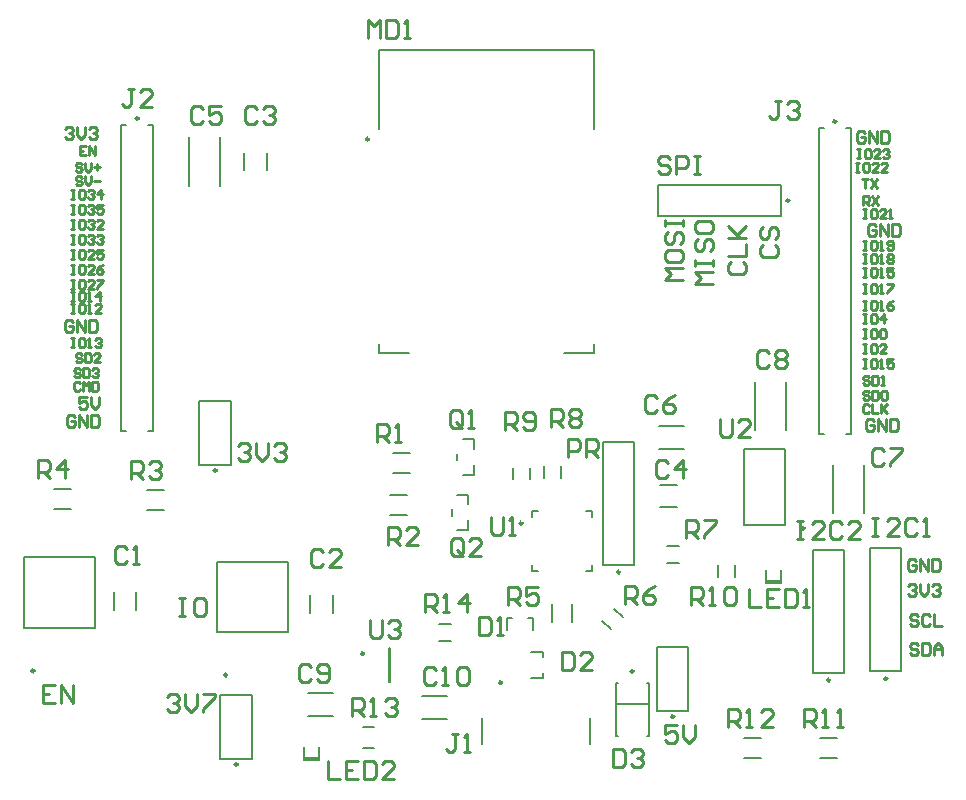
<source format=gto>
G04*
G04 #@! TF.GenerationSoftware,Altium Limited,Altium Designer,23.1.1 (15)*
G04*
G04 Layer_Color=65535*
%FSLAX44Y44*%
%MOMM*%
G71*
G04*
G04 #@! TF.SameCoordinates,A4D4DC3D-09BA-49FB-81B5-C576A0A79F62*
G04*
G04*
G04 #@! TF.FilePolarity,Positive*
G04*
G01*
G75*
%ADD10C,0.2500*%
%ADD11C,0.2000*%
%ADD12C,0.2540*%
%ADD13R,1.3000X0.2040*%
D10*
X812780Y351920D02*
G03*
X812780Y351920I-1250J0D01*
G01*
X584454Y366980D02*
G03*
X584454Y366980I-1250J0D01*
G01*
X477500Y273050D02*
G03*
X477500Y273050I-1250J0D01*
G01*
X1027410Y345810D02*
G03*
X1027410Y345810I-1250J0D01*
G01*
X979150Y344540D02*
G03*
X979150Y344540I-1250J0D01*
G01*
X718590Y477280D02*
G03*
X718590Y477280I-1250J0D01*
G01*
X459720Y521970D02*
G03*
X459720Y521970I-1250J0D01*
G01*
X305500Y352300D02*
G03*
X305500Y352300I-1250J0D01*
G01*
X468610Y348820D02*
G03*
X468610Y348820I-1250J0D01*
G01*
X801350Y435980D02*
G03*
X801350Y435980I-1250J0D01*
G01*
X957490Y473000D02*
G03*
X957490Y473000I-1250J0D01*
G01*
X984230Y817490D02*
G03*
X984230Y817490I-1250J0D01*
G01*
X944490Y750570D02*
G03*
X944490Y750570I-1250J0D01*
G01*
X393680Y820030D02*
G03*
X393680Y820030I-1250J0D01*
G01*
X847070Y313690D02*
G03*
X847070Y313690I-1250J0D01*
G01*
X701300Y342470D02*
G03*
X701300Y342470I-1250J0D01*
G01*
X588630Y802400D02*
G03*
X588630Y802400I-1250J0D01*
G01*
D11*
X825480Y297420D02*
Y342420D01*
X797580Y297420D02*
X799380D01*
X823680D02*
X825480D01*
X797580D02*
Y342420D01*
X799380D01*
X823680D02*
X825480D01*
X798230Y323920D02*
X824830D01*
X606587Y342980D02*
Y371980D01*
X605529Y342980D02*
X606587D01*
X605529D02*
Y371980D01*
X606587D01*
X633421Y330841D02*
X654359D01*
X633421Y311779D02*
X654359D01*
X536901Y314319D02*
X557839D01*
X536901Y333381D02*
X557839D01*
X583276Y304701D02*
X592744D01*
X583276Y287119D02*
X592744D01*
X533250Y276940D02*
Y287940D01*
X546250Y276940D02*
Y287940D01*
X533250Y276940D02*
X546250D01*
X462900Y277500D02*
X489600D01*
Y332100D01*
X462900D02*
X489600D01*
X462900Y277500D02*
Y332100D01*
X1013060Y351810D02*
Y455910D01*
X1039260D01*
Y351810D02*
Y455910D01*
X1013060Y351810D02*
X1039260D01*
X647780Y377810D02*
X657780D01*
X647780Y391810D02*
X657780D01*
X840820Y443850D02*
X850820D01*
X840820Y457850D02*
X850820D01*
X834760Y490880D02*
X849260D01*
X834760Y509880D02*
X849260D01*
X964800Y350540D02*
X991000D01*
Y454640D01*
X964800D02*
X991000D01*
X964800Y350540D02*
Y454640D01*
X663190Y501410D02*
X672540D01*
Y471410D02*
Y479660D01*
Y493160D02*
Y501410D01*
X663190Y471410D02*
X672540D01*
X658540Y483660D02*
Y489160D01*
X606160Y501260D02*
X620660D01*
X606160Y484260D02*
X620660D01*
X726340Y487780D02*
X731590D01*
X772090D02*
X777340D01*
Y436780D02*
Y442030D01*
Y482530D02*
Y487780D01*
X726340Y436780D02*
X731590D01*
X772090D02*
X777340D01*
X726340D02*
Y442030D01*
Y482530D02*
Y487780D01*
X705280Y387140D02*
Y396640D01*
X723030D02*
X727280D01*
X705280D02*
X709530D01*
X727280Y387140D02*
Y396640D01*
X924410Y426800D02*
Y437800D01*
X937410Y426800D02*
Y437800D01*
X924410Y426800D02*
X937410D01*
X970650Y295520D02*
X985150D01*
X970650Y278520D02*
X985150D01*
X905880Y295520D02*
X920380D01*
X905880Y278520D02*
X920380D01*
X726230Y367870D02*
X735730D01*
Y345870D02*
Y350120D01*
Y363620D02*
Y367870D01*
X726230Y345870D02*
X735730D01*
X743340Y394070D02*
Y408570D01*
X760340Y394070D02*
Y408570D01*
X751470Y515700D02*
Y525700D01*
X736970Y515700D02*
Y525700D01*
X710300Y514430D02*
Y524430D01*
X724800Y514430D02*
Y524430D01*
X668210Y548400D02*
X677560D01*
Y518400D02*
Y526650D01*
Y540150D02*
Y548400D01*
X668210Y518400D02*
X677560D01*
X663560Y530650D02*
Y536150D01*
X400420Y505070D02*
X414920D01*
X400420Y488070D02*
X414920D01*
X445120Y526420D02*
Y581020D01*
X471820D01*
Y526420D02*
Y581020D01*
X445120Y526420D02*
X471820D01*
X321680Y489340D02*
X336180D01*
X321680Y506340D02*
X336180D01*
X372770Y404230D02*
Y418730D01*
X391770Y404230D02*
Y418730D01*
X296750Y388300D02*
Y448300D01*
X356750D01*
Y388300D02*
Y448300D01*
X296750Y388300D02*
X356750D01*
X459860Y384820D02*
Y444820D01*
X519860D01*
Y384820D02*
Y444820D01*
X459860Y384820D02*
X519860D01*
X787000Y441980D02*
X813200D01*
Y546080D01*
X787000D02*
X813200D01*
X787000Y441980D02*
Y546080D01*
X834081Y540379D02*
X855019D01*
X834081Y559441D02*
X855019D01*
X915339Y556049D02*
Y597111D01*
X941401Y556049D02*
Y597111D01*
X905765Y475475D02*
X940815D01*
X905765D02*
Y540525D01*
X940815D01*
Y475475D02*
Y540525D01*
X981379Y485868D02*
Y526930D01*
X1007441Y485868D02*
Y526930D01*
X992330Y811490D02*
X996680D01*
X969280D02*
X973630D01*
X969280Y552490D02*
Y811490D01*
X992330Y552490D02*
X996680D01*
X969280D02*
X973630D01*
X996680D02*
Y811490D01*
X833140Y737470D02*
X937240D01*
X833140D02*
Y763670D01*
X937240D01*
Y737470D02*
Y763670D01*
X483260Y776340D02*
Y790840D01*
X502260Y776340D02*
Y790840D01*
X462611Y763059D02*
Y804121D01*
X436549Y763059D02*
Y804121D01*
X406130Y555030D02*
Y814030D01*
X378730Y555030D02*
X383080D01*
X401780D02*
X406130D01*
X378730D02*
Y814030D01*
X383080D01*
X401780D02*
X406130D01*
X832470Y318140D02*
X859170D01*
Y372740D01*
X832470D02*
X859170D01*
X832470Y318140D02*
Y372740D01*
X539140Y401690D02*
Y416190D01*
X558140Y401690D02*
Y416190D01*
X608700Y536820D02*
X623200D01*
X608700Y519820D02*
X623200D01*
X884290Y431880D02*
Y441880D01*
X898790Y431880D02*
Y441880D01*
X796527Y404986D02*
X803598Y397915D01*
X786274Y394733D02*
X793345Y387662D01*
X684550Y290370D02*
Y312370D01*
X775950Y290370D02*
Y312370D01*
X597380Y878050D02*
X778880D01*
Y621550D02*
Y629050D01*
Y810650D02*
Y878050D01*
X597380Y621550D02*
X622780D01*
X753580D02*
X778880D01*
X597380D02*
Y629050D01*
Y810650D02*
Y878050D01*
D12*
X1007110Y704847D02*
X1009649D01*
X1008380D01*
Y697230D01*
X1007110D01*
X1009649D01*
X1017267Y704847D02*
X1014727D01*
X1013458Y703578D01*
Y698500D01*
X1014727Y697230D01*
X1017267D01*
X1018536Y698500D01*
Y703578D01*
X1017267Y704847D01*
X1021076Y697230D02*
X1023615D01*
X1022345D01*
Y704847D01*
X1021076Y703578D01*
X1027423D02*
X1028693Y704847D01*
X1031232D01*
X1032502Y703578D01*
Y702308D01*
X1031232Y701039D01*
X1032502Y699769D01*
Y698500D01*
X1031232Y697230D01*
X1028693D01*
X1027423Y698500D01*
Y699769D01*
X1028693Y701039D01*
X1027423Y702308D01*
Y703578D01*
X1028693Y701039D02*
X1031232D01*
X336550Y734057D02*
X339089D01*
X337820D01*
Y726440D01*
X336550D01*
X339089D01*
X346707Y734057D02*
X344168D01*
X342898Y732788D01*
Y727710D01*
X344168Y726440D01*
X346707D01*
X347976Y727710D01*
Y732788D01*
X346707Y734057D01*
X350516Y732788D02*
X351785Y734057D01*
X354324D01*
X355594Y732788D01*
Y731518D01*
X354324Y730249D01*
X353055D01*
X354324D01*
X355594Y728979D01*
Y727710D01*
X354324Y726440D01*
X351785D01*
X350516Y727710D01*
X363211Y726440D02*
X358133D01*
X363211Y731518D01*
Y732788D01*
X361942Y734057D01*
X359403D01*
X358133Y732788D01*
X1007110Y641348D02*
X1009649D01*
X1008380D01*
Y633730D01*
X1007110D01*
X1009649D01*
X1017267Y641348D02*
X1014727D01*
X1013458Y640078D01*
Y635000D01*
X1014727Y633730D01*
X1017267D01*
X1018536Y635000D01*
Y640078D01*
X1017267Y641348D01*
X1021076Y640078D02*
X1022345Y641348D01*
X1024884D01*
X1026154Y640078D01*
Y635000D01*
X1024884Y633730D01*
X1022345D01*
X1021076Y635000D01*
Y640078D01*
X1007110Y746760D02*
Y754378D01*
X1010919D01*
X1012188Y753108D01*
Y750569D01*
X1010919Y749299D01*
X1007110D01*
X1009649D02*
X1012188Y746760D01*
X1014727Y754378D02*
X1019806Y746760D01*
Y754378D02*
X1014727Y746760D01*
X1012188Y600708D02*
X1010919Y601978D01*
X1008380D01*
X1007110Y600708D01*
Y599438D01*
X1008380Y598169D01*
X1010919D01*
X1012188Y596899D01*
Y595630D01*
X1010919Y594360D01*
X1008380D01*
X1007110Y595630D01*
X1014727Y601978D02*
Y594360D01*
X1018536D01*
X1019806Y595630D01*
Y600708D01*
X1018536Y601978D01*
X1014727D01*
X1022345Y594360D02*
X1024884D01*
X1023615D01*
Y601978D01*
X1022345Y600708D01*
X336550Y633727D02*
X339089D01*
X337820D01*
Y626110D01*
X336550D01*
X339089D01*
X346707Y633727D02*
X344168D01*
X342898Y632458D01*
Y627380D01*
X344168Y626110D01*
X346707D01*
X347976Y627380D01*
Y632458D01*
X346707Y633727D01*
X350516Y626110D02*
X353055D01*
X351785D01*
Y633727D01*
X350516Y632458D01*
X356863D02*
X358133Y633727D01*
X360672D01*
X361942Y632458D01*
Y631188D01*
X360672Y629919D01*
X359403D01*
X360672D01*
X361942Y628649D01*
Y627380D01*
X360672Y626110D01*
X358133D01*
X356863Y627380D01*
X1007110Y716277D02*
X1009649D01*
X1008380D01*
Y708660D01*
X1007110D01*
X1009649D01*
X1017267Y716277D02*
X1014727D01*
X1013458Y715008D01*
Y709930D01*
X1014727Y708660D01*
X1017267D01*
X1018536Y709930D01*
Y715008D01*
X1017267Y716277D01*
X1021076Y708660D02*
X1023615D01*
X1022345D01*
Y716277D01*
X1021076Y715008D01*
X1027423Y709930D02*
X1028693Y708660D01*
X1031232D01*
X1032502Y709930D01*
Y715008D01*
X1031232Y716277D01*
X1028693D01*
X1027423Y715008D01*
Y713738D01*
X1028693Y712469D01*
X1032502D01*
X344168Y607058D02*
X342899Y608327D01*
X340360D01*
X339090Y607058D01*
Y605788D01*
X340360Y604519D01*
X342899D01*
X344168Y603249D01*
Y601980D01*
X342899Y600710D01*
X340360D01*
X339090Y601980D01*
X346707Y608327D02*
Y600710D01*
X350516D01*
X351786Y601980D01*
Y607058D01*
X350516Y608327D01*
X346707D01*
X354325Y607058D02*
X355595Y608327D01*
X358134D01*
X359403Y607058D01*
Y605788D01*
X358134Y604519D01*
X356864D01*
X358134D01*
X359403Y603249D01*
Y601980D01*
X358134Y600710D01*
X355595D01*
X354325Y601980D01*
X344168Y595628D02*
X342899Y596898D01*
X340360D01*
X339090Y595628D01*
Y590550D01*
X340360Y589280D01*
X342899D01*
X344168Y590550D01*
X346707Y589280D02*
Y596898D01*
X349247Y594358D01*
X351786Y596898D01*
Y589280D01*
X354325Y596898D02*
Y589280D01*
X358134D01*
X359403Y590550D01*
Y595628D01*
X358134Y596898D01*
X354325D01*
X349668Y584197D02*
X342897D01*
Y579118D01*
X346282Y580811D01*
X347975D01*
X349668Y579118D01*
Y575733D01*
X347975Y574040D01*
X344590D01*
X342897Y575733D01*
X353053Y584197D02*
Y577426D01*
X356439Y574040D01*
X359825Y577426D01*
Y584197D01*
X1051981Y445344D02*
X1050288Y447037D01*
X1046903D01*
X1045210Y445344D01*
Y438573D01*
X1046903Y436880D01*
X1050288D01*
X1051981Y438573D01*
Y441958D01*
X1048596D01*
X1055367Y436880D02*
Y447037D01*
X1062138Y436880D01*
Y447037D01*
X1065523D02*
Y436880D01*
X1070602D01*
X1072295Y438573D01*
Y445344D01*
X1070602Y447037D01*
X1065523D01*
X1045210Y423754D02*
X1046903Y425447D01*
X1050288D01*
X1051981Y423754D01*
Y422061D01*
X1050288Y420368D01*
X1048596D01*
X1050288D01*
X1051981Y418676D01*
Y416983D01*
X1050288Y415290D01*
X1046903D01*
X1045210Y416983D01*
X1055367Y425447D02*
Y418676D01*
X1058752Y415290D01*
X1062138Y418676D01*
Y425447D01*
X1065523Y423754D02*
X1067216Y425447D01*
X1070602D01*
X1072295Y423754D01*
Y422061D01*
X1070602Y420368D01*
X1068909D01*
X1070602D01*
X1072295Y418676D01*
Y416983D01*
X1070602Y415290D01*
X1067216D01*
X1065523Y416983D01*
X345438Y769618D02*
X344169Y770888D01*
X341630D01*
X340360Y769618D01*
Y768348D01*
X341630Y767079D01*
X344169D01*
X345438Y765809D01*
Y764540D01*
X344169Y763270D01*
X341630D01*
X340360Y764540D01*
X347977Y770888D02*
Y765809D01*
X350517Y763270D01*
X353056Y765809D01*
Y770888D01*
X355595Y767079D02*
X360673D01*
X1007110Y654047D02*
X1009649D01*
X1008380D01*
Y646430D01*
X1007110D01*
X1009649D01*
X1017267Y654047D02*
X1014727D01*
X1013458Y652778D01*
Y647700D01*
X1014727Y646430D01*
X1017267D01*
X1018536Y647700D01*
Y652778D01*
X1017267Y654047D01*
X1024884Y646430D02*
Y654047D01*
X1021076Y650239D01*
X1026154D01*
X336550Y746758D02*
X339089D01*
X337820D01*
Y739140D01*
X336550D01*
X339089D01*
X346707Y746758D02*
X344168D01*
X342898Y745488D01*
Y740410D01*
X344168Y739140D01*
X346707D01*
X347976Y740410D01*
Y745488D01*
X346707Y746758D01*
X350516Y745488D02*
X351785Y746758D01*
X354324D01*
X355594Y745488D01*
Y744218D01*
X354324Y742949D01*
X353055D01*
X354324D01*
X355594Y741679D01*
Y740410D01*
X354324Y739140D01*
X351785D01*
X350516Y740410D01*
X363211Y746758D02*
X358133D01*
Y742949D01*
X360672Y744218D01*
X361942D01*
X363211Y742949D01*
Y740410D01*
X361942Y739140D01*
X359403D01*
X358133Y740410D01*
X336550Y662937D02*
X339089D01*
X337820D01*
Y655320D01*
X336550D01*
X339089D01*
X346707Y662937D02*
X344168D01*
X342898Y661668D01*
Y656590D01*
X344168Y655320D01*
X346707D01*
X347976Y656590D01*
Y661668D01*
X346707Y662937D01*
X350516Y655320D02*
X353055D01*
X351785D01*
Y662937D01*
X350516Y661668D01*
X361942Y655320D02*
X356863D01*
X361942Y660398D01*
Y661668D01*
X360672Y662937D01*
X358133D01*
X356863Y661668D01*
X1005840Y768347D02*
X1010918D01*
X1008379D01*
Y760730D01*
X1013457Y768347D02*
X1018536Y760730D01*
Y768347D02*
X1013457Y760730D01*
X349248Y796288D02*
X344170D01*
Y788670D01*
X349248D01*
X344170Y792479D02*
X346709D01*
X351787Y788670D02*
Y796288D01*
X356866Y788670D01*
Y796288D01*
X1007110Y742947D02*
X1009649D01*
X1008380D01*
Y735330D01*
X1007110D01*
X1009649D01*
X1017267Y742947D02*
X1014727D01*
X1013458Y741678D01*
Y736600D01*
X1014727Y735330D01*
X1017267D01*
X1018536Y736600D01*
Y741678D01*
X1017267Y742947D01*
X1026154Y735330D02*
X1021076D01*
X1026154Y740408D01*
Y741678D01*
X1024884Y742947D01*
X1022345D01*
X1021076Y741678D01*
X1028693Y735330D02*
X1031232D01*
X1029963D01*
Y742947D01*
X1028693Y741678D01*
X1007110Y628647D02*
X1009649D01*
X1008380D01*
Y621030D01*
X1007110D01*
X1009649D01*
X1017267Y628647D02*
X1014727D01*
X1013458Y627378D01*
Y622300D01*
X1014727Y621030D01*
X1017267D01*
X1018536Y622300D01*
Y627378D01*
X1017267Y628647D01*
X1026154Y621030D02*
X1021076D01*
X1026154Y626108D01*
Y627378D01*
X1024884Y628647D01*
X1022345D01*
X1021076Y627378D01*
X336550Y673098D02*
X339089D01*
X337820D01*
Y665480D01*
X336550D01*
X339089D01*
X346707Y673098D02*
X344168D01*
X342898Y671828D01*
Y666750D01*
X344168Y665480D01*
X346707D01*
X347976Y666750D01*
Y671828D01*
X346707Y673098D01*
X350516Y665480D02*
X353055D01*
X351785D01*
Y673098D01*
X350516Y671828D01*
X360672Y665480D02*
Y673098D01*
X356863Y669289D01*
X361942D01*
X339511Y567264D02*
X337818Y568957D01*
X334433D01*
X332740Y567264D01*
Y560493D01*
X334433Y558800D01*
X337818D01*
X339511Y560493D01*
Y563878D01*
X336126D01*
X342897Y558800D02*
Y568957D01*
X349668Y558800D01*
Y568957D01*
X353053D02*
Y558800D01*
X358132D01*
X359825Y560493D01*
Y567264D01*
X358132Y568957D01*
X353053D01*
X1008801Y807294D02*
X1007108Y808987D01*
X1003723D01*
X1002030Y807294D01*
Y800523D01*
X1003723Y798830D01*
X1007108D01*
X1008801Y800523D01*
Y803908D01*
X1005416D01*
X1012187Y798830D02*
Y808987D01*
X1018958Y798830D01*
Y808987D01*
X1022343D02*
Y798830D01*
X1027422D01*
X1029115Y800523D01*
Y807294D01*
X1027422Y808987D01*
X1022343D01*
X336550Y695957D02*
X339089D01*
X337820D01*
Y688340D01*
X336550D01*
X339089D01*
X346707Y695957D02*
X344168D01*
X342898Y694688D01*
Y689610D01*
X344168Y688340D01*
X346707D01*
X347976Y689610D01*
Y694688D01*
X346707Y695957D01*
X355594Y688340D02*
X350516D01*
X355594Y693418D01*
Y694688D01*
X354324Y695957D01*
X351785D01*
X350516Y694688D01*
X363211Y695957D02*
X360672Y694688D01*
X358133Y692149D01*
Y689610D01*
X359403Y688340D01*
X361942D01*
X363211Y689610D01*
Y690879D01*
X361942Y692149D01*
X358133D01*
X336550Y721357D02*
X339089D01*
X337820D01*
Y713740D01*
X336550D01*
X339089D01*
X346707Y721357D02*
X344168D01*
X342898Y720088D01*
Y715010D01*
X344168Y713740D01*
X346707D01*
X347976Y715010D01*
Y720088D01*
X346707Y721357D01*
X350516Y720088D02*
X351785Y721357D01*
X354324D01*
X355594Y720088D01*
Y718818D01*
X354324Y717549D01*
X353055D01*
X354324D01*
X355594Y716279D01*
Y715010D01*
X354324Y713740D01*
X351785D01*
X350516Y715010D01*
X358133Y720088D02*
X359403Y721357D01*
X361942D01*
X363211Y720088D01*
Y718818D01*
X361942Y717549D01*
X360672D01*
X361942D01*
X363211Y716279D01*
Y715010D01*
X361942Y713740D01*
X359403D01*
X358133Y715010D01*
X336550Y759457D02*
X339089D01*
X337820D01*
Y751840D01*
X336550D01*
X339089D01*
X346707Y759457D02*
X344168D01*
X342898Y758188D01*
Y753110D01*
X344168Y751840D01*
X346707D01*
X347976Y753110D01*
Y758188D01*
X346707Y759457D01*
X350516Y758188D02*
X351785Y759457D01*
X354324D01*
X355594Y758188D01*
Y756918D01*
X354324Y755649D01*
X353055D01*
X354324D01*
X355594Y754379D01*
Y753110D01*
X354324Y751840D01*
X351785D01*
X350516Y753110D01*
X361942Y751840D02*
Y759457D01*
X358133Y755649D01*
X363211D01*
X1000760Y782318D02*
X1003299D01*
X1002030D01*
Y774700D01*
X1000760D01*
X1003299D01*
X1010917Y782318D02*
X1008378D01*
X1007108Y781048D01*
Y775970D01*
X1008378Y774700D01*
X1010917D01*
X1012186Y775970D01*
Y781048D01*
X1010917Y782318D01*
X1019804Y774700D02*
X1014725D01*
X1019804Y779778D01*
Y781048D01*
X1018534Y782318D01*
X1015995D01*
X1014725Y781048D01*
X1027421Y774700D02*
X1022343D01*
X1027421Y779778D01*
Y781048D01*
X1026152Y782318D01*
X1023613D01*
X1022343Y781048D01*
X338241Y647274D02*
X336548Y648967D01*
X333163D01*
X331470Y647274D01*
Y640503D01*
X333163Y638810D01*
X336548D01*
X338241Y640503D01*
Y643888D01*
X334856D01*
X341627Y638810D02*
Y648967D01*
X348398Y638810D01*
Y648967D01*
X351783D02*
Y638810D01*
X356862D01*
X358555Y640503D01*
Y647274D01*
X356862Y648967D01*
X351783D01*
X1007110Y665478D02*
X1009649D01*
X1008380D01*
Y657860D01*
X1007110D01*
X1009649D01*
X1017267Y665478D02*
X1014727D01*
X1013458Y664208D01*
Y659130D01*
X1014727Y657860D01*
X1017267D01*
X1018536Y659130D01*
Y664208D01*
X1017267Y665478D01*
X1021076Y657860D02*
X1023615D01*
X1022345D01*
Y665478D01*
X1021076Y664208D01*
X1032502Y665478D02*
X1029963Y664208D01*
X1027423Y661669D01*
Y659130D01*
X1028693Y657860D01*
X1031232D01*
X1032502Y659130D01*
Y660399D01*
X1031232Y661669D01*
X1027423D01*
X336550Y683258D02*
X339089D01*
X337820D01*
Y675640D01*
X336550D01*
X339089D01*
X346707Y683258D02*
X344168D01*
X342898Y681988D01*
Y676910D01*
X344168Y675640D01*
X346707D01*
X347976Y676910D01*
Y681988D01*
X346707Y683258D01*
X355594Y675640D02*
X350516D01*
X355594Y680718D01*
Y681988D01*
X354324Y683258D01*
X351785D01*
X350516Y681988D01*
X358133Y683258D02*
X363211D01*
Y681988D01*
X358133Y676910D01*
Y675640D01*
X345438Y619758D02*
X344169Y621027D01*
X341630D01*
X340360Y619758D01*
Y618488D01*
X341630Y617219D01*
X344169D01*
X345438Y615949D01*
Y614680D01*
X344169Y613410D01*
X341630D01*
X340360Y614680D01*
X347977Y621027D02*
Y613410D01*
X351786D01*
X353056Y614680D01*
Y619758D01*
X351786Y621027D01*
X347977D01*
X360673Y613410D02*
X355595D01*
X360673Y618488D01*
Y619758D01*
X359404Y621027D01*
X356865D01*
X355595Y619758D01*
X1007110Y679447D02*
X1009649D01*
X1008380D01*
Y671830D01*
X1007110D01*
X1009649D01*
X1017267Y679447D02*
X1014727D01*
X1013458Y678178D01*
Y673100D01*
X1014727Y671830D01*
X1017267D01*
X1018536Y673100D01*
Y678178D01*
X1017267Y679447D01*
X1021076Y671830D02*
X1023615D01*
X1022345D01*
Y679447D01*
X1021076Y678178D01*
X1027423Y679447D02*
X1032502D01*
Y678178D01*
X1027423Y673100D01*
Y671830D01*
X331470Y811104D02*
X333163Y812797D01*
X336548D01*
X338241Y811104D01*
Y809411D01*
X336548Y807718D01*
X334856D01*
X336548D01*
X338241Y806026D01*
Y804333D01*
X336548Y802640D01*
X333163D01*
X331470Y804333D01*
X341627Y812797D02*
Y806026D01*
X345012Y802640D01*
X348398Y806026D01*
Y812797D01*
X351783Y811104D02*
X353476Y812797D01*
X356862D01*
X358555Y811104D01*
Y809411D01*
X356862Y807718D01*
X355169D01*
X356862D01*
X358555Y806026D01*
Y804333D01*
X356862Y802640D01*
X353476D01*
X351783Y804333D01*
X1007110Y615947D02*
X1009649D01*
X1008380D01*
Y608330D01*
X1007110D01*
X1009649D01*
X1017267Y615947D02*
X1014727D01*
X1013458Y614678D01*
Y609600D01*
X1014727Y608330D01*
X1017267D01*
X1018536Y609600D01*
Y614678D01*
X1017267Y615947D01*
X1021076Y608330D02*
X1023615D01*
X1022345D01*
Y615947D01*
X1021076Y614678D01*
X1032502Y615947D02*
X1027423D01*
Y612139D01*
X1029963Y613408D01*
X1031232D01*
X1032502Y612139D01*
Y609600D01*
X1031232Y608330D01*
X1028693D01*
X1027423Y609600D01*
X1002030Y793747D02*
X1004569D01*
X1003300D01*
Y786130D01*
X1002030D01*
X1004569D01*
X1012187Y793747D02*
X1009648D01*
X1008378Y792478D01*
Y787400D01*
X1009648Y786130D01*
X1012187D01*
X1013456Y787400D01*
Y792478D01*
X1012187Y793747D01*
X1021074Y786130D02*
X1015995D01*
X1021074Y791208D01*
Y792478D01*
X1019804Y793747D01*
X1017265D01*
X1015995Y792478D01*
X1023613D02*
X1024883Y793747D01*
X1027422D01*
X1028691Y792478D01*
Y791208D01*
X1027422Y789939D01*
X1026152D01*
X1027422D01*
X1028691Y788669D01*
Y787400D01*
X1027422Y786130D01*
X1024883D01*
X1023613Y787400D01*
X345438Y781048D02*
X344169Y782318D01*
X341630D01*
X340360Y781048D01*
Y779778D01*
X341630Y778509D01*
X344169D01*
X345438Y777239D01*
Y775970D01*
X344169Y774700D01*
X341630D01*
X340360Y775970D01*
X347977Y782318D02*
Y777239D01*
X350517Y774700D01*
X353056Y777239D01*
Y782318D01*
X355595Y778509D02*
X360673D01*
X358134Y781048D02*
Y775970D01*
X1007110Y693418D02*
X1009649D01*
X1008380D01*
Y685800D01*
X1007110D01*
X1009649D01*
X1017267Y693418D02*
X1014727D01*
X1013458Y692148D01*
Y687070D01*
X1014727Y685800D01*
X1017267D01*
X1018536Y687070D01*
Y692148D01*
X1017267Y693418D01*
X1021076Y685800D02*
X1023615D01*
X1022345D01*
Y693418D01*
X1021076Y692148D01*
X1032502Y693418D02*
X1027423D01*
Y689609D01*
X1029963Y690878D01*
X1031232D01*
X1032502Y689609D01*
Y687070D01*
X1031232Y685800D01*
X1028693D01*
X1027423Y687070D01*
X1012188Y576578D02*
X1010919Y577848D01*
X1008380D01*
X1007110Y576578D01*
Y571500D01*
X1008380Y570230D01*
X1010919D01*
X1012188Y571500D01*
X1014727Y577848D02*
Y570230D01*
X1019806D01*
X1022345Y577848D02*
Y570230D01*
Y572769D01*
X1027423Y577848D01*
X1023615Y574039D01*
X1027423Y570230D01*
X1017691Y728554D02*
X1015998Y730247D01*
X1012613D01*
X1010920Y728554D01*
Y721783D01*
X1012613Y720090D01*
X1015998D01*
X1017691Y721783D01*
Y725168D01*
X1014306D01*
X1021077Y720090D02*
Y730247D01*
X1027848Y720090D01*
Y730247D01*
X1031233D02*
Y720090D01*
X1036312D01*
X1038005Y721783D01*
Y728554D01*
X1036312Y730247D01*
X1031233D01*
X336550Y708658D02*
X339089D01*
X337820D01*
Y701040D01*
X336550D01*
X339089D01*
X346707Y708658D02*
X344168D01*
X342898Y707388D01*
Y702310D01*
X344168Y701040D01*
X346707D01*
X347976Y702310D01*
Y707388D01*
X346707Y708658D01*
X355594Y701040D02*
X350516D01*
X355594Y706118D01*
Y707388D01*
X354324Y708658D01*
X351785D01*
X350516Y707388D01*
X363211Y708658D02*
X358133D01*
Y704849D01*
X360672Y706118D01*
X361942D01*
X363211Y704849D01*
Y702310D01*
X361942Y701040D01*
X359403D01*
X358133Y702310D01*
X1012188Y588008D02*
X1010919Y589277D01*
X1008380D01*
X1007110Y588008D01*
Y586738D01*
X1008380Y585469D01*
X1010919D01*
X1012188Y584199D01*
Y582930D01*
X1010919Y581660D01*
X1008380D01*
X1007110Y582930D01*
X1014727Y589277D02*
Y581660D01*
X1018536D01*
X1019806Y582930D01*
Y588008D01*
X1018536Y589277D01*
X1014727D01*
X1022345Y588008D02*
X1023615Y589277D01*
X1026154D01*
X1027423Y588008D01*
Y582930D01*
X1026154Y581660D01*
X1023615D01*
X1022345Y582930D01*
Y588008D01*
X1016421Y563454D02*
X1014728Y565147D01*
X1011343D01*
X1009650Y563454D01*
Y556683D01*
X1011343Y554990D01*
X1014728D01*
X1016421Y556683D01*
Y560068D01*
X1013036D01*
X1019807Y554990D02*
Y565147D01*
X1026578Y554990D01*
Y565147D01*
X1029963D02*
Y554990D01*
X1035042D01*
X1036735Y556683D01*
Y563454D01*
X1035042Y565147D01*
X1029963D01*
X854710Y683260D02*
X839475D01*
X844553Y688338D01*
X839475Y693417D01*
X854710D01*
X839475Y706113D02*
Y701034D01*
X842014Y698495D01*
X852171D01*
X854710Y701034D01*
Y706113D01*
X852171Y708652D01*
X842014D01*
X839475Y706113D01*
X842014Y723887D02*
X839475Y721348D01*
Y716269D01*
X842014Y713730D01*
X844553D01*
X847093Y716269D01*
Y721348D01*
X849632Y723887D01*
X852171D01*
X854710Y721348D01*
Y716269D01*
X852171Y713730D01*
X839475Y728965D02*
Y734044D01*
Y731504D01*
X854710D01*
Y728965D01*
Y734044D01*
X895354Y698497D02*
X892815Y695957D01*
Y690879D01*
X895354Y688340D01*
X905511D01*
X908050Y690879D01*
Y695957D01*
X905511Y698497D01*
X892815Y703575D02*
X908050D01*
Y713732D01*
X892815Y718810D02*
X908050D01*
X902972D01*
X892815Y728967D01*
X900433Y721349D01*
X908050Y728967D01*
X880110Y679450D02*
X864875D01*
X869953Y684528D01*
X864875Y689607D01*
X880110D01*
X864875Y694685D02*
Y699763D01*
Y697224D01*
X880110D01*
Y694685D01*
Y699763D01*
X867414Y717538D02*
X864875Y714998D01*
Y709920D01*
X867414Y707381D01*
X869953D01*
X872493Y709920D01*
Y714998D01*
X875032Y717538D01*
X877571D01*
X880110Y714998D01*
Y709920D01*
X877571Y707381D01*
X864875Y730234D02*
Y725155D01*
X867414Y722616D01*
X877571D01*
X880110Y725155D01*
Y730234D01*
X877571Y732773D01*
X867414D01*
X864875Y730234D01*
X922024Y712467D02*
X919485Y709928D01*
Y704849D01*
X922024Y702310D01*
X932181D01*
X934720Y704849D01*
Y709928D01*
X932181Y712467D01*
X922024Y727702D02*
X919485Y725163D01*
Y720084D01*
X922024Y717545D01*
X924563D01*
X927102Y720084D01*
Y725163D01*
X929642Y727702D01*
X932181D01*
X934720Y725163D01*
Y720084D01*
X932181Y717545D01*
X1053251Y398354D02*
X1051558Y400047D01*
X1048173D01*
X1046480Y398354D01*
Y396661D01*
X1048173Y394968D01*
X1051558D01*
X1053251Y393276D01*
Y391583D01*
X1051558Y389890D01*
X1048173D01*
X1046480Y391583D01*
X1063408Y398354D02*
X1061715Y400047D01*
X1058329D01*
X1056637Y398354D01*
Y391583D01*
X1058329Y389890D01*
X1061715D01*
X1063408Y391583D01*
X1066793Y400047D02*
Y389890D01*
X1073565D01*
X1053251Y374224D02*
X1051558Y375917D01*
X1048173D01*
X1046480Y374224D01*
Y372531D01*
X1048173Y370838D01*
X1051558D01*
X1053251Y369146D01*
Y367453D01*
X1051558Y365760D01*
X1048173D01*
X1046480Y367453D01*
X1056637Y375917D02*
Y365760D01*
X1061715D01*
X1063408Y367453D01*
Y374224D01*
X1061715Y375917D01*
X1056637D01*
X1066793Y365760D02*
Y372531D01*
X1070179Y375917D01*
X1073565Y372531D01*
Y365760D01*
Y370838D01*
X1066793D01*
X589284Y394967D02*
Y382272D01*
X591823Y379733D01*
X596902D01*
X599441Y382272D01*
Y394967D01*
X604519Y392428D02*
X607058Y394967D01*
X612137D01*
X614676Y392428D01*
Y389889D01*
X612137Y387350D01*
X609598D01*
X612137D01*
X614676Y384811D01*
Y382272D01*
X612137Y379733D01*
X607058D01*
X604519Y382272D01*
X636016Y402082D02*
Y417317D01*
X643633D01*
X646173Y414778D01*
Y409700D01*
X643633Y407160D01*
X636016D01*
X641094D02*
X646173Y402082D01*
X651251D02*
X656329D01*
X653790D01*
Y417317D01*
X651251Y414778D01*
X671564Y402082D02*
Y417317D01*
X663947Y409700D01*
X674104D01*
X574046Y313692D02*
Y328927D01*
X581664D01*
X584203Y326388D01*
Y321310D01*
X581664Y318771D01*
X574046D01*
X579124D02*
X584203Y313692D01*
X589281D02*
X594360D01*
X591820D01*
Y328927D01*
X589281Y326388D01*
X601977D02*
X604516Y328927D01*
X609595D01*
X612134Y326388D01*
Y323849D01*
X609595Y321310D01*
X607056D01*
X609595D01*
X612134Y318771D01*
Y316232D01*
X609595Y313692D01*
X604516D01*
X601977Y316232D01*
X553729Y275588D02*
Y260352D01*
X563886D01*
X579121Y275588D02*
X568964D01*
Y260352D01*
X579121D01*
X568964Y267970D02*
X574043D01*
X584199Y275588D02*
Y260352D01*
X591817D01*
X594356Y262892D01*
Y273048D01*
X591817Y275588D01*
X584199D01*
X609591Y260352D02*
X599434D01*
X609591Y270509D01*
Y273048D01*
X607052Y275588D01*
X601973D01*
X599434Y273048D01*
X795024Y285748D02*
Y270513D01*
X802642D01*
X805181Y273052D01*
Y283208D01*
X802642Y285748D01*
X795024D01*
X810259Y283208D02*
X812798Y285748D01*
X817877D01*
X820416Y283208D01*
Y280669D01*
X817877Y278130D01*
X815338D01*
X817877D01*
X820416Y275591D01*
Y273052D01*
X817877Y270513D01*
X812798D01*
X810259Y273052D01*
X645163Y353058D02*
X642624Y355597D01*
X637545D01*
X635006Y353058D01*
Y342902D01*
X637545Y340363D01*
X642624D01*
X645163Y342902D01*
X650241Y340363D02*
X655320D01*
X652780D01*
Y355597D01*
X650241Y353058D01*
X662937D02*
X665476Y355597D01*
X670555D01*
X673094Y353058D01*
Y342902D01*
X670555Y340363D01*
X665476D01*
X662937Y342902D01*
Y353058D01*
X539751Y355598D02*
X537212Y358138D01*
X532133D01*
X529594Y355598D01*
Y345442D01*
X532133Y342902D01*
X537212D01*
X539751Y345442D01*
X544829D02*
X547368Y342902D01*
X552447D01*
X554986Y345442D01*
Y355598D01*
X552447Y358138D01*
X547368D01*
X544829Y355598D01*
Y353059D01*
X547368Y350520D01*
X554986D01*
X417837Y330198D02*
X420376Y332738D01*
X425454D01*
X427993Y330198D01*
Y327659D01*
X425454Y325120D01*
X422915D01*
X425454D01*
X427993Y322581D01*
Y320042D01*
X425454Y317502D01*
X420376D01*
X417837Y320042D01*
X433072Y332738D02*
Y322581D01*
X438150Y317502D01*
X443228Y322581D01*
Y332738D01*
X448307D02*
X458463D01*
Y330198D01*
X448307Y320042D01*
Y317502D01*
X951239Y478787D02*
X956317D01*
X953778D01*
Y463553D01*
X951239D01*
X956317D01*
X974091D02*
X963934D01*
X974091Y473709D01*
Y476248D01*
X971552Y478787D01*
X966474D01*
X963934Y476248D01*
X989326D02*
X986787Y478787D01*
X981709D01*
X979170Y476248D01*
Y466092D01*
X981709Y463553D01*
X986787D01*
X989326Y466092D01*
X1004561Y463553D02*
X994405D01*
X1004561Y473709D01*
Y476248D01*
X1002022Y478787D01*
X996944D01*
X994405Y476248D01*
X1014738Y481328D02*
X1019816D01*
X1017277D01*
Y466092D01*
X1014738D01*
X1019816D01*
X1037590D02*
X1027434D01*
X1037590Y476249D01*
Y478788D01*
X1035051Y481328D01*
X1029973D01*
X1027434Y478788D01*
X1052825D02*
X1050286Y481328D01*
X1045208D01*
X1042669Y478788D01*
Y468632D01*
X1045208Y466092D01*
X1050286D01*
X1052825Y468632D01*
X1057904Y466092D02*
X1062982D01*
X1060443D01*
Y481328D01*
X1057904Y478788D01*
X892556Y305054D02*
Y320289D01*
X900173D01*
X902713Y317750D01*
Y312672D01*
X900173Y310132D01*
X892556D01*
X897634D02*
X902713Y305054D01*
X907791D02*
X912869D01*
X910330D01*
Y320289D01*
X907791Y317750D01*
X930644Y305054D02*
X920487D01*
X930644Y315211D01*
Y317750D01*
X928104Y320289D01*
X923026D01*
X920487Y317750D01*
X957326Y305054D02*
Y320289D01*
X964943D01*
X967483Y317750D01*
Y312672D01*
X964943Y310132D01*
X957326D01*
X962404D02*
X967483Y305054D01*
X972561D02*
X977639D01*
X975100D01*
Y320289D01*
X972561Y317750D01*
X985257Y305054D02*
X990335D01*
X987796D01*
Y320289D01*
X985257Y317750D01*
X843785Y785872D02*
X841245Y788411D01*
X836167D01*
X833628Y785872D01*
Y783333D01*
X836167Y780794D01*
X841245D01*
X843785Y778254D01*
Y775715D01*
X841245Y773176D01*
X836167D01*
X833628Y775715D01*
X848863Y773176D02*
Y788411D01*
X856481D01*
X859020Y785872D01*
Y780794D01*
X856481Y778254D01*
X848863D01*
X864098Y788411D02*
X869176D01*
X866637D01*
Y773176D01*
X864098D01*
X869176D01*
X477527Y542288D02*
X480066Y544827D01*
X485144D01*
X487683Y542288D01*
Y539749D01*
X485144Y537210D01*
X482605D01*
X485144D01*
X487683Y534671D01*
Y532132D01*
X485144Y529593D01*
X480066D01*
X477527Y532132D01*
X492762Y544827D02*
Y534671D01*
X497840Y529593D01*
X502918Y534671D01*
Y544827D01*
X507997Y542288D02*
X510536Y544827D01*
X515614D01*
X518153Y542288D01*
Y539749D01*
X515614Y537210D01*
X513075D01*
X515614D01*
X518153Y534671D01*
Y532132D01*
X515614Y529593D01*
X510536D01*
X507997Y532132D01*
X742954Y558802D02*
Y574038D01*
X750572D01*
X753111Y571498D01*
Y566420D01*
X750572Y563881D01*
X742954D01*
X748033D02*
X753111Y558802D01*
X758189Y571498D02*
X760728Y574038D01*
X765807D01*
X768346Y571498D01*
Y568959D01*
X765807Y566420D01*
X768346Y563881D01*
Y561342D01*
X765807Y558802D01*
X760728D01*
X758189Y561342D01*
Y563881D01*
X760728Y566420D01*
X758189Y568959D01*
Y571498D01*
X760728Y566420D02*
X765807D01*
X756924Y533402D02*
Y548638D01*
X764542D01*
X767081Y546098D01*
Y541020D01*
X764542Y538481D01*
X756924D01*
X772159Y533402D02*
Y548638D01*
X779777D01*
X782316Y546098D01*
Y541020D01*
X779777Y538481D01*
X772159D01*
X777237D02*
X782316Y533402D01*
X849631Y306068D02*
X839474D01*
Y298450D01*
X844553Y300989D01*
X847092D01*
X849631Y298450D01*
Y293372D01*
X847092Y290833D01*
X842013D01*
X839474Y293372D01*
X854709Y306068D02*
Y295911D01*
X859788Y290833D01*
X864866Y295911D01*
Y306068D01*
X937261Y834388D02*
X932182D01*
X934722D01*
Y821692D01*
X932182Y819153D01*
X929643D01*
X927104Y821692D01*
X942339Y831848D02*
X944878Y834388D01*
X949957D01*
X952496Y831848D01*
Y829309D01*
X949957Y826770D01*
X947418D01*
X949957D01*
X952496Y824231D01*
Y821692D01*
X949957Y819153D01*
X944878D01*
X942339Y821692D01*
X389379Y845307D02*
X384300D01*
X386839D01*
Y832611D01*
X384300Y830072D01*
X381761D01*
X379222Y832611D01*
X404614Y830072D02*
X394457D01*
X404614Y840229D01*
Y842768D01*
X402075Y845307D01*
X396996D01*
X394457Y842768D01*
X927097Y621026D02*
X924557Y623565D01*
X919479D01*
X916940Y621026D01*
Y610869D01*
X919479Y608330D01*
X924557D01*
X927097Y610869D01*
X932175Y621026D02*
X934714Y623565D01*
X939793D01*
X942332Y621026D01*
Y618487D01*
X939793Y615947D01*
X942332Y613408D01*
Y610869D01*
X939793Y608330D01*
X934714D01*
X932175Y610869D01*
Y613408D01*
X934714Y615947D01*
X932175Y618487D01*
Y621026D01*
X934714Y615947D02*
X939793D01*
X1024891Y538478D02*
X1022352Y541017D01*
X1017273D01*
X1014734Y538478D01*
Y528322D01*
X1017273Y525783D01*
X1022352D01*
X1024891Y528322D01*
X1029969Y541017D02*
X1040126D01*
Y538478D01*
X1029969Y528322D01*
Y525783D01*
X832609Y583180D02*
X830070Y585719D01*
X824991D01*
X822452Y583180D01*
Y573023D01*
X824991Y570484D01*
X830070D01*
X832609Y573023D01*
X847844Y585719D02*
X842765Y583180D01*
X837687Y578102D01*
Y573023D01*
X840226Y570484D01*
X845305D01*
X847844Y573023D01*
Y575562D01*
X845305Y578102D01*
X837687D01*
X885952Y565399D02*
Y552703D01*
X888491Y550164D01*
X893569D01*
X896109Y552703D01*
Y565399D01*
X911344Y550164D02*
X901187D01*
X911344Y560321D01*
Y562860D01*
X908805Y565399D01*
X903726D01*
X901187Y562860D01*
X861066Y407673D02*
Y422907D01*
X868684D01*
X871223Y420368D01*
Y415290D01*
X868684Y412751D01*
X861066D01*
X866144D02*
X871223Y407673D01*
X876301D02*
X881380D01*
X878840D01*
Y422907D01*
X876301Y420368D01*
X888997D02*
X891536Y422907D01*
X896615D01*
X899154Y420368D01*
Y410212D01*
X896615Y407673D01*
X891536D01*
X888997Y410212D01*
Y420368D01*
X910598Y421637D02*
Y406403D01*
X920755D01*
X935990Y421637D02*
X925833D01*
Y406403D01*
X935990D01*
X925833Y414020D02*
X930912D01*
X941068Y421637D02*
Y406403D01*
X948686D01*
X951225Y408942D01*
Y419098D01*
X948686Y421637D01*
X941068D01*
X956303Y406403D02*
X961382D01*
X958843D01*
Y421637D01*
X956303Y419098D01*
X448307Y828036D02*
X445768Y830575D01*
X440689D01*
X438150Y828036D01*
Y817879D01*
X440689Y815340D01*
X445768D01*
X448307Y817879D01*
X463542Y830575D02*
X453385D01*
Y822958D01*
X458463Y825497D01*
X461003D01*
X463542Y822958D01*
Y817879D01*
X461003Y815340D01*
X455924D01*
X453385Y817879D01*
X703584Y556263D02*
Y571497D01*
X711202D01*
X713741Y568958D01*
Y563880D01*
X711202Y561341D01*
X703584D01*
X708662D02*
X713741Y556263D01*
X718819Y558802D02*
X721358Y556263D01*
X726437D01*
X728976Y558802D01*
Y568958D01*
X726437Y571497D01*
X721358D01*
X718819Y568958D01*
Y566419D01*
X721358Y563880D01*
X728976D01*
X857254Y464823D02*
Y480057D01*
X864872D01*
X867411Y477518D01*
Y472440D01*
X864872Y469901D01*
X857254D01*
X862333D02*
X867411Y464823D01*
X872489Y480057D02*
X882646D01*
Y477518D01*
X872489Y467362D01*
Y464823D01*
X805184Y408942D02*
Y424178D01*
X812802D01*
X815341Y421638D01*
Y416560D01*
X812802Y414021D01*
X805184D01*
X810263D02*
X815341Y408942D01*
X830576Y424178D02*
X825498Y421638D01*
X820419Y416560D01*
Y411482D01*
X822958Y408942D01*
X828037D01*
X830576Y411482D01*
Y414021D01*
X828037Y416560D01*
X820419D01*
X706124Y407673D02*
Y422907D01*
X713742D01*
X716281Y420368D01*
Y415290D01*
X713742Y412751D01*
X706124D01*
X711202D02*
X716281Y407673D01*
X731516Y422907D02*
X721359D01*
Y415290D01*
X726438Y417829D01*
X728977D01*
X731516Y415290D01*
Y410212D01*
X728977Y407673D01*
X723898D01*
X721359Y410212D01*
X751844Y368298D02*
Y353063D01*
X759462D01*
X762001Y355602D01*
Y365758D01*
X759462Y368298D01*
X751844D01*
X777236Y353063D02*
X767079D01*
X777236Y363219D01*
Y365758D01*
X774697Y368298D01*
X769618D01*
X767079Y365758D01*
X681993Y397508D02*
Y382272D01*
X689611D01*
X692150Y384812D01*
Y394968D01*
X689611Y397508D01*
X681993D01*
X697228Y382272D02*
X702307D01*
X699768D01*
Y397508D01*
X697228Y394968D01*
X842011Y528318D02*
X839472Y530858D01*
X834393D01*
X831854Y528318D01*
Y518162D01*
X834393Y515622D01*
X839472D01*
X842011Y518162D01*
X854707Y515622D02*
Y530858D01*
X847089Y523240D01*
X857246D01*
X494027Y827782D02*
X491488Y830321D01*
X486409D01*
X483870Y827782D01*
Y817625D01*
X486409Y815086D01*
X491488D01*
X494027Y817625D01*
X499105Y827782D02*
X501644Y830321D01*
X506723D01*
X509262Y827782D01*
Y825243D01*
X506723Y822703D01*
X504183D01*
X506723D01*
X509262Y820164D01*
Y817625D01*
X506723Y815086D01*
X501644D01*
X499105Y817625D01*
X308356Y515874D02*
Y531109D01*
X315973D01*
X318513Y528570D01*
Y523492D01*
X315973Y520952D01*
X308356D01*
X313434D02*
X318513Y515874D01*
X331209D02*
Y531109D01*
X323591Y523492D01*
X333748D01*
X387096Y514604D02*
Y529839D01*
X394714D01*
X397253Y527300D01*
Y522221D01*
X394714Y519682D01*
X387096D01*
X392174D02*
X397253Y514604D01*
X402331Y527300D02*
X404870Y529839D01*
X409949D01*
X412488Y527300D01*
Y524761D01*
X409949Y522221D01*
X407409D01*
X409949D01*
X412488Y519682D01*
Y517143D01*
X409949Y514604D01*
X404870D01*
X402331Y517143D01*
X604524Y458473D02*
Y473708D01*
X612142D01*
X614681Y471168D01*
Y466090D01*
X612142Y463551D01*
X604524D01*
X609603D02*
X614681Y458473D01*
X629916D02*
X619759D01*
X629916Y468629D01*
Y471168D01*
X627377Y473708D01*
X622298D01*
X619759Y471168D01*
X595376Y546354D02*
Y561589D01*
X602994D01*
X605533Y559050D01*
Y553971D01*
X602994Y551432D01*
X595376D01*
X600454D02*
X605533Y546354D01*
X610611D02*
X615689D01*
X613150D01*
Y561589D01*
X610611Y559050D01*
X549907Y453132D02*
X547368Y455671D01*
X542289D01*
X539750Y453132D01*
Y442975D01*
X542289Y440436D01*
X547368D01*
X549907Y442975D01*
X565142Y440436D02*
X554985D01*
X565142Y450593D01*
Y453132D01*
X562603Y455671D01*
X557524D01*
X554985Y453132D01*
X383537Y455672D02*
X380998Y458211D01*
X375919D01*
X373380Y455672D01*
Y445515D01*
X375919Y442976D01*
X380998D01*
X383537Y445515D01*
X388615Y442976D02*
X393693D01*
X391154D01*
Y458211D01*
X388615Y455672D01*
X692153Y482598D02*
Y469902D01*
X694693Y467363D01*
X699771D01*
X702310Y469902D01*
Y482598D01*
X707388Y467363D02*
X712467D01*
X709928D01*
Y482598D01*
X707388Y480058D01*
X427994Y414017D02*
X433072D01*
X430533D01*
Y398783D01*
X427994D01*
X433072D01*
X448307Y414017D02*
X443229D01*
X440690Y411478D01*
Y401322D01*
X443229Y398783D01*
X448307D01*
X450846Y401322D01*
Y411478D01*
X448307Y414017D01*
X322581Y340358D02*
X312424D01*
Y325122D01*
X322581D01*
X312424Y332740D02*
X317502D01*
X327659Y325122D02*
Y340358D01*
X337816Y325122D01*
Y340358D01*
X668021Y452122D02*
Y462278D01*
X665482Y464818D01*
X660403D01*
X657864Y462278D01*
Y452122D01*
X660403Y449582D01*
X665482D01*
X662943Y454661D02*
X668021Y449582D01*
X665482D02*
X668021Y452122D01*
X683256Y449582D02*
X673099D01*
X683256Y459739D01*
Y462278D01*
X680717Y464818D01*
X675638D01*
X673099Y462278D01*
X667255Y560577D02*
Y570734D01*
X664715Y573273D01*
X659637D01*
X657098Y570734D01*
Y560577D01*
X659637Y558038D01*
X664715D01*
X662176Y563116D02*
X667255Y558038D01*
X664715D02*
X667255Y560577D01*
X672333Y558038D02*
X677411D01*
X674872D01*
Y573273D01*
X672333Y570734D01*
X664210Y298447D02*
X659132D01*
X661671D01*
Y285752D01*
X659132Y283213D01*
X656592D01*
X654053Y285752D01*
X669288Y283213D02*
X674367D01*
X671828D01*
Y298447D01*
X669288Y295908D01*
X587502Y887730D02*
Y902965D01*
X592580Y897887D01*
X597659Y902965D01*
Y887730D01*
X602737Y902965D02*
Y887730D01*
X610355D01*
X612894Y890269D01*
Y900426D01*
X610355Y902965D01*
X602737D01*
X617972Y887730D02*
X623050D01*
X620511D01*
Y902965D01*
X617972Y900426D01*
D13*
X539900Y278380D02*
D03*
X931060Y428240D02*
D03*
M02*

</source>
